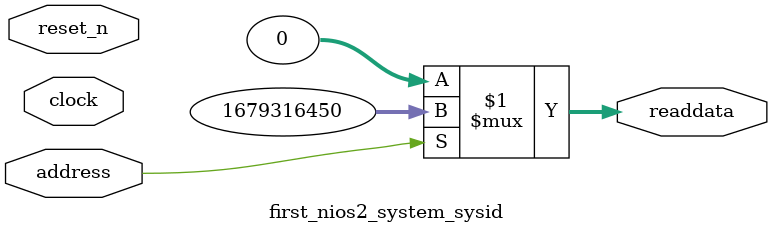
<source format=v>



// synthesis translate_off
`timescale 1ns / 1ps
// synthesis translate_on

// turn off superfluous verilog processor warnings 
// altera message_level Level1 
// altera message_off 10034 10035 10036 10037 10230 10240 10030 

module first_nios2_system_sysid (
               // inputs:
                address,
                clock,
                reset_n,

               // outputs:
                readdata
             )
;

  output  [ 31: 0] readdata;
  input            address;
  input            clock;
  input            reset_n;

  wire    [ 31: 0] readdata;
  //control_slave, which is an e_avalon_slave
  assign readdata = address ? 1679316450 : 0;

endmodule



</source>
